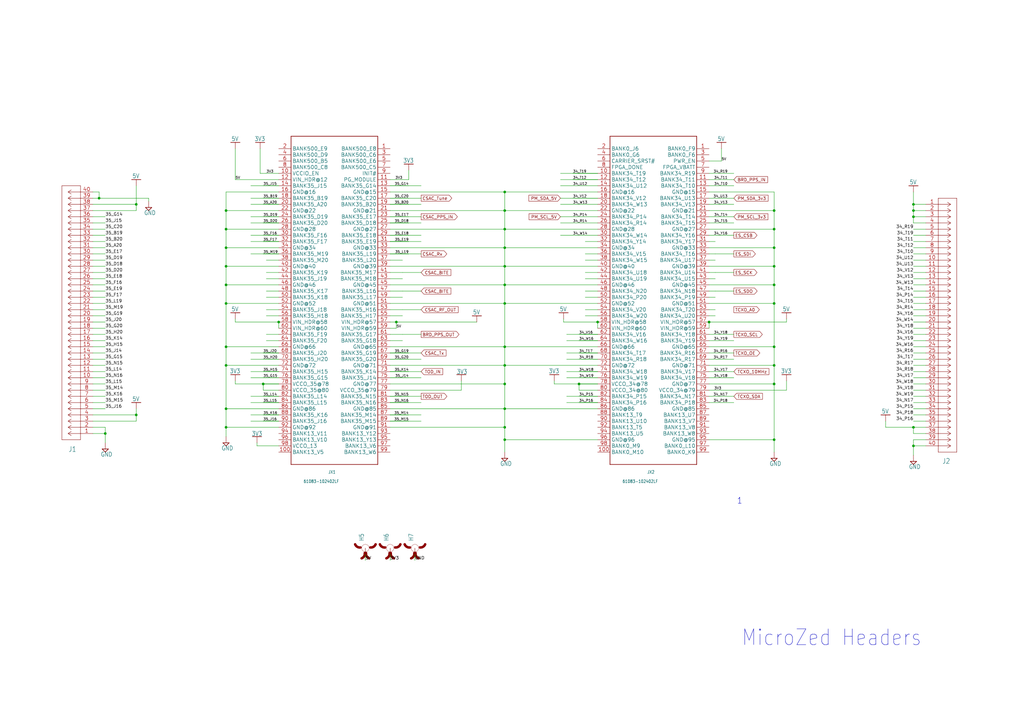
<source format=kicad_sch>
(kicad_sch (version 20250114) (generator "eeschema") (generator_version "9.0")
  (paper "A3")
  (text "MicroZed Headers" (at 304.038 265.43 0) (effects (font (size 6.4516 5.4838)) (justify left bottom)))
  (text "1" (at 302.26 207.01 0) (effects (font (size 2.54 2.159)) (justify left bottom)))
  (junction (at 92.71 86.36))
  (junction (at 207.01 101.6))
  (junction (at 374.65 182.88))
  (junction (at 207.01 149.86))
  (junction (at 92.71 175.26))
  (junction (at 55.88 83.82))
  (junction (at 207.01 93.98))
  (junction (at 207.01 78.74))
  (junction (at 317.5 142.24))
  (junction (at 374.65 175.26))
  (junction (at 92.71 149.86))
  (junction (at 317.5 149.86))
  (junction (at 207.01 116.84))
  (junction (at 107.95 157.48))
  (junction (at 162.56 132.08))
  (junction (at 374.65 86.36))
  (junction (at 207.01 86.36))
  (junction (at 317.5 109.22))
  (junction (at 317.5 124.46))
  (junction (at 92.71 109.22))
  (junction (at 207.01 124.46))
  (junction (at 43.18 177.8))
  (junction (at 207.01 109.22))
  (junction (at 92.71 124.46))
  (junction (at 114.3 132.08))
  (junction (at 92.71 142.24))
  (junction (at 207.01 167.64))
  (junction (at 55.88 170.18))
  (junction (at 317.5 180.34))
  (junction (at 237.49 157.48))
  (junction (at 92.71 93.98))
  (junction (at 40.64 81.28))
  (junction (at 207.01 142.24))
  (junction (at 374.65 83.82))
  (junction (at 207.01 157.48))
  (junction (at 317.5 101.6))
  (junction (at 317.5 157.48))
  (junction (at 92.71 116.84))
  (junction (at 245.11 132.08))
  (junction (at 92.71 167.64))
  (junction (at 92.71 101.6))
  (junction (at 374.65 88.9))
  (junction (at 317.5 86.36))
  (junction (at 317.5 93.98))
  (junction (at 317.5 116.84))
  (junction (at 207.01 175.26))
  (junction (at 207.01 180.34))
  (junction (at 290.83 132.08))
  (wire (pts (xy 293.37 111.76) (xy 300.99 111.76)))
  (wire (pts (xy 102.87 96.52) (xy 114.3 96.52)) (stroke (width 0.1524)))
  (wire (pts (xy 92.71 149.86) (xy 92.71 167.64)) (stroke (width 0.1524)))
  (wire (pts (xy 379.73 162.56) (xy 374.65 162.56)) (stroke (width 0.1524)))
  (wire (pts (xy 237.49 139.7) (xy 245.11 139.7)))
  (wire (pts (xy 379.73 104.14) (xy 374.65 104.14)) (stroke (width 0.1524)))
  (wire (pts (xy 167.64 76.2) (xy 160.02 76.2)))
  (wire (pts (xy 107.95 91.44) (xy 114.3 91.44)))
  (wire (pts (xy 38.1 137.16) (xy 43.18 137.16)) (stroke (width 0.1524)))
  (wire (pts (xy 379.73 127) (xy 374.65 127)) (stroke (width 0.1524)))
  (wire (pts (xy 290.83 119.38) (xy 293.37 119.38)) (stroke (width 0.1524)))
  (wire (pts (xy 92.71 142.24) (xy 114.3 142.24)) (stroke (width 0.1524)))
  (wire (pts (xy 160.02 152.4) (xy 172.72 152.4)) (stroke (width 0.1524)))
  (wire (pts (xy 92.71 86.36) (xy 114.3 86.36)) (stroke (width 0.1524)))
  (wire (pts (xy 92.71 149.86) (xy 114.3 149.86)) (stroke (width 0.1524)))
  (wire (pts (xy 207.01 124.46) (xy 207.01 142.24)) (stroke (width 0.1524)))
  (wire (pts (xy 317.5 149.86) (xy 317.5 157.48)) (stroke (width 0.1524)))
  (wire (pts (xy 165.1 73.66) (xy 160.02 73.66)))
  (wire (pts (xy 160.02 78.74) (xy 207.01 78.74)) (stroke (width 0.1524)))
  (wire (pts (xy 92.71 86.36) (xy 92.71 93.98)) (stroke (width 0.1524)))
  (wire (pts (xy 290.83 91.44) (xy 300.99 91.44)) (stroke (width 0.1524)))
  (wire (pts (xy 237.49 154.94) (xy 245.11 154.94)))
  (wire (pts (xy 207.01 149.86) (xy 207.01 157.48)) (stroke (width 0.1524)))
  (wire (pts (xy 114.3 111.76) (xy 109.22 111.76)) (stroke (width 0.1524)))
  (wire (pts (xy 167.64 69.85) (xy 167.64 73.66)))
  (wire (pts (xy 363.22 175.26) (xy 363.22 172.72)) (stroke (width 0.1524)))
  (wire (pts (xy 38.1 172.72) (xy 55.88 172.72)) (stroke (width 0.1524)))
  (wire (pts (xy 167.64 165.1) (xy 160.02 165.1)))
  (wire (pts (xy 379.73 119.38) (xy 374.65 119.38)) (stroke (width 0.1524)))
  (wire (pts (xy 92.71 175.26) (xy 92.71 179.07)) (stroke (width 0.1524)))
  (wire (pts (xy 160.02 162.56) (xy 172.72 162.56)) (stroke (width 0.1524)))
  (wire (pts (xy 102.87 81.28) (xy 114.3 81.28)) (stroke (width 0.1524)))
  (wire (pts (xy 38.1 144.78) (xy 43.18 144.78)) (stroke (width 0.1524)))
  (wire (pts (xy 295.91 160.02) (xy 290.83 160.02)))
  (wire (pts (xy 160.02 124.46) (xy 207.01 124.46)) (stroke (width 0.1524)))
  (wire (pts (xy 114.3 106.68) (xy 109.22 106.68)) (stroke (width 0.1524)))
  (wire (pts (xy 290.83 78.74) (xy 317.5 78.74)) (stroke (width 0.1524)))
  (wire (pts (xy 379.73 106.68) (xy 374.65 106.68)) (stroke (width 0.1524)))
  (wire (pts (xy 290.83 114.3) (xy 293.37 114.3)) (stroke (width 0.1524)))
  (wire (pts (xy 107.95 162.56) (xy 114.3 162.56)))
  (wire (pts (xy 234.95 73.66) (xy 245.11 73.66)))
  (wire (pts (xy 38.1 149.86) (xy 43.18 149.86)) (stroke (width 0.1524)))
  (wire (pts (xy 55.88 86.36) (xy 55.88 83.82)) (stroke (width 0.1524)))
  (wire (pts (xy 207.01 157.48) (xy 207.01 167.64)) (stroke (width 0.1524)))
  (wire (pts (xy 38.1 139.7) (xy 43.18 139.7)) (stroke (width 0.1524)))
  (wire (pts (xy 245.11 119.38) (xy 240.03 119.38)) (stroke (width 0.1524)))
  (wire (pts (xy 245.11 124.46) (xy 207.01 124.46)) (stroke (width 0.1524)))
  (wire (pts (xy 167.64 104.14) (xy 160.02 104.14)))
  (wire (pts (xy 379.73 83.82) (xy 374.65 83.82)) (stroke (width 0.1524)))
  (wire (pts (xy 167.64 154.94) (xy 160.02 154.94)))
  (wire (pts (xy 207.01 142.24) (xy 207.01 149.86)) (stroke (width 0.1524)))
  (wire (pts (xy 38.1 81.28) (xy 40.64 81.28)) (stroke (width 0.1524)))
  (wire (pts (xy 96.52 157.48) (xy 107.95 157.48)))
  (wire (pts (xy 379.73 124.46) (xy 374.65 124.46)) (stroke (width 0.1524)))
  (wire (pts (xy 38.1 91.44) (xy 43.18 91.44)) (stroke (width 0.1524)))
  (wire (pts (xy 290.83 124.46) (xy 317.5 124.46)) (stroke (width 0.1524)))
  (wire (pts (xy 107.95 76.2) (xy 114.3 76.2)))
  (wire (pts (xy 38.1 165.1) (xy 43.18 165.1)) (stroke (width 0.1524)))
  (wire (pts (xy 160.02 83.82) (xy 172.72 83.82)) (stroke (width 0.1524)))
  (wire (pts (xy 379.73 167.64) (xy 374.65 167.64)) (stroke (width 0.1524)))
  (wire (pts (xy 290.83 104.14) (xy 293.37 104.14)) (stroke (width 0.1524)))
  (wire (pts (xy 245.11 93.98) (xy 207.01 93.98)) (stroke (width 0.1524)))
  (wire (pts (xy 107.95 83.82) (xy 114.3 83.82)))
  (wire (pts (xy 160.02 81.28) (xy 172.72 81.28)) (stroke (width 0.1524)))
  (wire (pts (xy 245.11 111.76) (xy 240.03 111.76)) (stroke (width 0.1524)))
  (wire (pts (xy 167.64 96.52) (xy 160.02 96.52)))
  (wire (pts (xy 43.18 177.8) (xy 38.1 177.8)))
  (wire (pts (xy 167.64 162.56) (xy 160.02 162.56)))
  (wire (pts (xy 167.64 99.06) (xy 160.02 99.06)))
  (wire (pts (xy 38.1 86.36) (xy 55.88 86.36)) (stroke (width 0.1524)))
  (wire (pts (xy 38.1 111.76) (xy 43.18 111.76)) (stroke (width 0.1524)))
  (wire (pts (xy 114.3 139.7) (xy 109.22 139.7)) (stroke (width 0.1524)))
  (wire (pts (xy 245.11 167.64) (xy 207.01 167.64)) (stroke (width 0.1524)))
  (wire (pts (xy 38.1 124.46) (xy 43.18 124.46)) (stroke (width 0.1524)))
  (wire (pts (xy 160.02 147.32) (xy 172.72 147.32)) (stroke (width 0.1524)))
  (wire (pts (xy 379.73 139.7) (xy 374.65 139.7)) (stroke (width 0.1524)))
  (wire (pts (xy 245.11 86.36) (xy 207.01 86.36)) (stroke (width 0.1524)))
  (wire (pts (xy 237.49 160.02) (xy 245.11 160.02)) (stroke (width 0.1524)))
  (wire (pts (xy 290.83 157.48) (xy 317.5 157.48)) (stroke (width 0.1524)))
  (wire (pts (xy 245.11 149.86) (xy 207.01 149.86)) (stroke (width 0.1524)))
  (wire (pts (xy 232.41 147.32) (xy 245.11 147.32)) (stroke (width 0.1524)))
  (wire (pts (xy 160.02 139.7) (xy 165.1 139.7)) (stroke (width 0.1524)))
  (wire (pts (xy 167.64 152.4) (xy 160.02 152.4)))
  (wire (pts (xy 165.1 137.16) (xy 172.72 137.16)))
  (wire (pts (xy 290.83 81.28) (xy 300.99 81.28)) (stroke (width 0.1524)))
  (wire (pts (xy 102.87 104.14) (xy 114.3 104.14)) (stroke (width 0.1524)))
  (wire (pts (xy 114.3 134.62) (xy 114.3 132.08)) (stroke (width 0.1524)))
  (wire (pts (xy 38.1 157.48) (xy 43.18 157.48)) (stroke (width 0.1524)))
  (wire (pts (xy 160.02 114.3) (xy 165.1 114.3)) (stroke (width 0.1524)))
  (wire (pts (xy 374.65 182.88) (xy 374.65 186.69)))
  (wire (pts (xy 379.73 142.24) (xy 374.65 142.24)) (stroke (width 0.1524)))
  (wire (pts (xy 38.1 93.98) (xy 43.18 93.98)) (stroke (width 0.1524)))
  (wire (pts (xy 290.83 180.34) (xy 317.5 180.34)) (stroke (width 0.1524)))
  (wire (pts (xy 160.02 172.72) (xy 172.72 172.72)) (stroke (width 0.1524)))
  (wire (pts (xy 160.02 93.98) (xy 207.01 93.98)) (stroke (width 0.1524)))
  (wire (pts (xy 92.71 167.64) (xy 92.71 175.26)) (stroke (width 0.1524)))
  (wire (pts (xy 290.83 109.22) (xy 317.5 109.22)) (stroke (width 0.1524)))
  (wire (pts (xy 38.1 83.82) (xy 55.88 83.82)) (stroke (width 0.1524)))
  (wire (pts (xy 160.02 101.6) (xy 207.01 101.6)) (stroke (width 0.1524)))
  (wire (pts (xy 167.64 172.72) (xy 160.02 172.72)))
  (wire (pts (xy 379.73 172.72) (xy 374.65 172.72)) (stroke (width 0.1524)))
  (wire (pts (xy 55.88 172.72) (xy 55.88 170.18)) (stroke (width 0.1524)))
  (wire (pts (xy 290.83 101.6) (xy 317.5 101.6)) (stroke (width 0.1524)))
  (wire (pts (xy 162.56 134.62) (xy 160.02 134.62)))
  (wire (pts (xy 43.18 177.8) (xy 43.18 181.61)))
  (wire (pts (xy 160.02 104.14) (xy 172.72 104.14)) (stroke (width 0.1524)))
  (wire (pts (xy 379.73 180.34) (xy 374.65 180.34)))
  (wire (pts (xy 102.87 144.78) (xy 114.3 144.78)) (stroke (width 0.1524)))
  (wire (pts (xy 379.73 86.36) (xy 374.65 86.36)))
  (wire (pts (xy 374.65 177.8) (xy 379.73 177.8)) (stroke (width 0.1524)))
  (wire (pts (xy 149.86 227.33) (xy 149.86 229.87)) (stroke (width 0.1524)))
  (wire (pts (xy 237.49 157.48) (xy 245.11 157.48)))
  (wire (pts (xy 207.01 180.34) (xy 207.01 185.42)) (stroke (width 0.1524)))
  (wire (pts (xy 165.1 127) (xy 172.72 127)))
  (wire (pts (xy 114.3 121.92) (xy 109.22 121.92)) (stroke (width 0.1524)))
  (wire (pts (xy 245.11 142.24) (xy 207.01 142.24)) (stroke (width 0.1524)))
  (wire (pts (xy 38.1 121.92) (xy 43.18 121.92)) (stroke (width 0.1524)))
  (wire (pts (xy 107.95 88.9) (xy 114.3 88.9)))
  (wire (pts (xy 160.02 154.94) (xy 172.72 154.94)) (stroke (width 0.1524)))
  (wire (pts (xy 160.02 88.9) (xy 172.72 88.9)) (stroke (width 0.1524)))
  (wire (pts (xy 245.11 129.54) (xy 240.03 129.54)) (stroke (width 0.1524)))
  (wire (pts (xy 167.64 88.9) (xy 160.02 88.9)))
  (wire (pts (xy 374.65 86.36) (xy 374.65 83.82)))
  (wire (pts (xy 290.83 132.08) (xy 322.58 132.08)) (stroke (width 0.1524)))
  (wire (pts (xy 237.49 160.02) (xy 237.49 157.48)) (stroke (width 0.1524)))
  (wire (pts (xy 245.11 127) (xy 240.03 127)) (stroke (width 0.1524)))
  (wire (pts (xy 107.95 160.02) (xy 114.3 160.02)) (stroke (width 0.1524)))
  (wire (pts (xy 107.95 152.4) (xy 114.3 152.4)))
  (wire (pts (xy 55.88 76.2) (xy 55.88 83.82)) (stroke (width 0.1524)))
  (wire (pts (xy 207.01 116.84) (xy 207.01 124.46)) (stroke (width 0.1524)))
  (wire (pts (xy 290.83 71.12) (xy 300.99 71.12)) (stroke (width 0.1524)))
  (wire (pts (xy 229.87 96.52) (xy 245.11 96.52)) (stroke (width 0.1524)))
  (wire (pts (xy 102.87 99.06) (xy 114.3 99.06)) (stroke (width 0.1524)))
  (wire (pts (xy 114.3 137.16) (xy 109.22 137.16)) (stroke (width 0.1524)))
  (wire (pts (xy 102.87 172.72) (xy 114.3 172.72)) (stroke (width 0.1524)))
  (wire (pts (xy 167.64 91.44) (xy 160.02 91.44)))
  (wire (pts (xy 374.65 91.44) (xy 379.73 91.44)))
  (wire (pts (xy 379.73 154.94) (xy 374.65 154.94)) (stroke (width 0.1524)))
  (wire (pts (xy 207.01 86.36) (xy 207.01 93.98)) (stroke (width 0.1524)))
  (wire (pts (xy 189.23 156.21) (xy 189.23 160.02)))
  (wire (pts (xy 290.83 147.32) (xy 300.99 147.32)) (stroke (width 0.1524)))
  (wire (pts (xy 229.87 88.9) (xy 245.11 88.9)) (stroke (width 0.1524)))
  (wire (pts (xy 245.11 106.68) (xy 240.03 106.68)) (stroke (width 0.1524)))
  (wire (pts (xy 38.1 78.74) (xy 40.64 78.74)) (stroke (width 0.1524)))
  (wire (pts (xy 290.83 66.04) (xy 295.91 66.04)) (stroke (width 0.1524)))
  (wire (pts (xy 232.41 152.4) (xy 245.11 152.4)) (stroke (width 0.1524)))
  (wire (pts (xy 162.56 132.08) (xy 162.56 134.62)) (stroke (width 0.1524)))
  (wire (pts (xy 317.5 86.36) (xy 317.5 93.98)) (stroke (width 0.1524)))
  (wire (pts (xy 374.65 86.36) (xy 374.65 88.9)))
  (wire (pts (xy 237.49 162.56) (xy 245.11 162.56)))
  (wire (pts (xy 379.73 129.54) (xy 374.65 129.54)) (stroke (width 0.1524)))
  (wire (pts (xy 290.83 83.82) (xy 300.99 83.82)) (stroke (width 0.1524)))
  (wire (pts (xy 290.83 139.7) (xy 300.99 139.7)) (stroke (width 0.1524)))
  (wire (pts (xy 317.5 116.84) (xy 317.5 124.46)) (stroke (width 0.1524)))
  (wire (pts (xy 102.87 170.18) (xy 114.3 170.18)) (stroke (width 0.1524)))
  (wire (pts (xy 92.71 101.6) (xy 114.3 101.6)) (stroke (width 0.1524)))
  (wire (pts (xy 379.73 96.52) (xy 374.65 96.52)) (stroke (width 0.1524)))
  (wire (pts (xy 290.83 111.76) (xy 293.37 111.76)) (stroke (width 0.1524)))
  (wire (pts (xy 109.22 71.12) (xy 106.68 71.12)) (stroke (width 0.1524)))
  (wire (pts (xy 160.02 175.26) (xy 207.01 175.26)) (stroke (width 0.1524)))
  (wire (pts (xy 160.02 129.54) (xy 165.1 129.54)) (stroke (width 0.1524)))
  (wire (pts (xy 379.73 170.18) (xy 374.65 170.18)) (stroke (width 0.1524)))
  (wire (pts (xy 379.73 111.76) (xy 374.65 111.76)) (stroke (width 0.1524)))
  (wire (pts (xy 290.83 142.24) (xy 317.5 142.24)) (stroke (width 0.1524)))
  (wire (pts (xy 245.11 134.62) (xy 245.11 132.08)) (stroke (width 0.1524)))
  (wire (pts (xy 374.65 180.34) (xy 374.65 182.88)))
  (wire (pts (xy 290.83 76.2) (xy 300.99 76.2)) (stroke (width 0.1524)))
  (wire (pts (xy 92.71 142.24) (xy 92.71 149.86)) (stroke (width 0.1524)))
  (wire (pts (xy 317.5 124.46) (xy 317.5 142.24)) (stroke (width 0.1524)))
  (wire (pts (xy 207.01 78.74) (xy 207.01 86.36)) (stroke (width 0.1524)))
  (wire (pts (xy 317.5 109.22) (xy 317.5 116.84)) (stroke (width 0.1524)))
  (wire (pts (xy 92.71 101.6) (xy 92.71 109.22)) (stroke (width 0.1524)))
  (wire (pts (xy 379.73 175.26) (xy 374.65 175.26)) (stroke (width 0.1524)))
  (wire (pts (xy 107.95 160.02) (xy 107.95 157.48)) (stroke (width 0.1524)))
  (wire (pts (xy 92.71 124.46) (xy 92.71 142.24)) (stroke (width 0.1524)))
  (wire (pts (xy 165.1 73.66) (xy 167.64 73.66)) (stroke (width 0.1524)))
  (wire (pts (xy 92.71 93.98) (xy 114.3 93.98)) (stroke (width 0.1524)))
  (wire (pts (xy 160.02 121.92) (xy 165.1 121.92)) (stroke (width 0.1524)))
  (wire (pts (xy 317.5 142.24) (xy 317.5 149.86)) (stroke (width 0.1524)))
  (wire (pts (xy 38.1 127) (xy 43.18 127)) (stroke (width 0.1524)))
  (wire (pts (xy 160.02 160.02) (xy 189.23 160.02)) (stroke (width 0.1524)))
  (wire (pts (xy 290.83 86.36) (xy 317.5 86.36)) (stroke (width 0.1524)))
  (wire (pts (xy 107.95 96.52) (xy 114.3 96.52)))
  (wire (pts (xy 92.71 116.84) (xy 92.71 124.46)) (stroke (width 0.1524)))
  (wire (pts (xy 43.18 175.26) (xy 43.18 177.8)))
  (wire (pts (xy 290.83 88.9) (xy 300.99 88.9)) (stroke (width 0.1524)))
  (wire (pts (xy 102.87 165.1) (xy 114.3 165.1)) (stroke (width 0.1524)))
  (wire (pts (xy 237.49 157.48) (xy 245.11 157.48)) (stroke (width 0.1524)))
  (wire (pts (xy 232.41 165.1) (xy 245.11 165.1)) (stroke (width 0.1524)))
  (wire (pts (xy 245.11 121.92) (xy 240.03 121.92)) (stroke (width 0.1524)))
  (wire (pts (xy 290.83 73.66) (xy 300.99 73.66)) (stroke (width 0.1524)))
  (wire (pts (xy 160.02 165.1) (xy 172.72 165.1)) (stroke (width 0.1524)))
  (wire (pts (xy 38.1 152.4) (xy 43.18 152.4)) (stroke (width 0.1524)))
  (wire (pts (xy 38.1 116.84) (xy 43.18 116.84)) (stroke (width 0.1524)))
  (wire (pts (xy 102.87 154.94) (xy 114.3 154.94)) (stroke (width 0.1524)))
  (wire (pts (xy 379.73 147.32) (xy 374.65 147.32)) (stroke (width 0.1524)))
  (wire (pts (xy 245.11 116.84) (xy 207.01 116.84)) (stroke (width 0.1524)))
  (wire (pts (xy 379.73 152.4) (xy 374.65 152.4)) (stroke (width 0.1524)))
  (wire (pts (xy 232.41 139.7) (xy 245.11 139.7)) (stroke (width 0.1524)))
  (wire (pts (xy 207.01 93.98) (xy 207.01 101.6)) (stroke (width 0.1524)))
  (wire (pts (xy 290.83 152.4) (xy 300.99 152.4)) (stroke (width 0.1524)))
  (wire (pts (xy 38.1 109.22) (xy 43.18 109.22)) (stroke (width 0.1524)))
  (wire (pts (xy 167.64 147.32) (xy 160.02 147.32)))
  (wire (pts (xy 229.87 91.44) (xy 245.11 91.44)) (stroke (width 0.1524)))
  (wire (pts (xy 379.73 121.92) (xy 374.65 121.92)) (stroke (width 0.1524)))
  (wire (pts (xy 160.02 111.76) (xy 165.1 111.76)) (stroke (width 0.1524)))
  (wire (pts (xy 379.73 144.78) (xy 374.65 144.78)) (stroke (width 0.1524)))
  (wire (pts (xy 379.73 109.22) (xy 374.65 109.22)) (stroke (width 0.1524)))
  (wire (pts (xy 237.49 152.4) (xy 245.11 152.4)))
  (wire (pts (xy 379.73 114.3) (xy 374.65 114.3)) (stroke (width 0.1524)))
  (wire (pts (xy 245.11 101.6) (xy 207.01 101.6)) (stroke (width 0.1524)))
  (wire (pts (xy 38.1 147.32) (xy 43.18 147.32)) (stroke (width 0.1524)))
  (wire (pts (xy 379.73 132.08) (xy 374.65 132.08)) (stroke (width 0.1524)))
  (wire (pts (xy 229.87 83.82) (xy 245.11 83.82)) (stroke (width 0.1524)))
  (wire (pts (xy 317.5 93.98) (xy 317.5 101.6)) (stroke (width 0.1524)))
  (wire (pts (xy 379.73 165.1) (xy 374.65 165.1)) (stroke (width 0.1524)))
  (wire (pts (xy 167.64 83.82) (xy 160.02 83.82)))
  (wire (pts (xy 374.65 88.9) (xy 379.73 88.9)))
  (wire (pts (xy 38.1 160.02) (xy 43.18 160.02)) (stroke (width 0.1524)))
  (wire (pts (xy 105.41 181.61) (xy 105.41 182.88)))
  (wire (pts (xy 374.65 182.88) (xy 379.73 182.88)))
  (wire (pts (xy 227.33 157.48) (xy 237.49 157.48)) (stroke (width 0.1524)))
  (wire (pts (xy 107.95 157.48) (xy 114.3 157.48)))
  (wire (pts (xy 102.87 88.9) (xy 114.3 88.9)) (stroke (width 0.1524)))
  (wire (pts (xy 38.1 175.26) (xy 43.18 175.26)))
  (wire (pts (xy 160.02 144.78) (xy 172.72 144.78)) (stroke (width 0.1524)))
  (wire (pts (xy 374.65 78.74) (xy 374.65 83.82)))
  (wire (pts (xy 290.83 99.06) (xy 293.37 99.06)) (stroke (width 0.1524)))
  (wire (pts (xy 38.1 88.9) (xy 43.18 88.9)) (stroke (width 0.1524)))
  (wire (pts (xy 237.49 147.32) (xy 245.11 147.32)))
  (wire (pts (xy 245.11 104.14) (xy 240.03 104.14)) (stroke (width 0.1524)))
  (wire (pts (xy 290.83 127) (xy 293.37 127)) (stroke (width 0.1524)))
  (wire (pts (xy 207.01 109.22) (xy 207.01 116.84)) (stroke (width 0.1524)))
  (wire (pts (xy 160.02 116.84) (xy 207.01 116.84)) (stroke (width 0.1524)))
  (wire (pts (xy 107.95 165.1) (xy 114.3 165.1)))
  (wire (pts (xy 237.49 165.1) (xy 245.11 165.1)))
  (wire (pts (xy 102.87 91.44) (xy 114.3 91.44)) (stroke (width 0.1524)))
  (wire (pts (xy 160.02 227.33) (xy 160.02 229.87)) (stroke (width 0.1524)))
  (wire (pts (xy 290.83 137.16) (xy 300.99 137.16)) (stroke (width 0.1524)))
  (wire (pts (xy 114.3 114.3) (xy 109.22 114.3)) (stroke (width 0.1524)))
  (wire (pts (xy 232.41 162.56) (xy 245.11 162.56)) (stroke (width 0.1524)))
  (wire (pts (xy 160.02 119.38) (xy 165.1 119.38)) (stroke (width 0.1524)))
  (wire (pts (xy 102.87 147.32) (xy 114.3 147.32)) (stroke (width 0.1524)))
  (wire (pts (xy 38.1 167.64) (xy 43.18 167.64)) (stroke (width 0.1524)))
  (wire (pts (xy 237.49 144.78) (xy 245.11 144.78)))
  (wire (pts (xy 102.87 76.2) (xy 114.3 76.2)) (stroke (width 0.1524)))
  (wire (pts (xy 106.68 71.12) (xy 106.68 60.96)) (stroke (width 0.1524)))
  (wire (pts (xy 114.3 127) (xy 109.22 127)) (stroke (width 0.1524)))
  (wire (pts (xy 105.41 182.88) (xy 114.3 182.88)) (stroke (width 0.1524)))
  (wire (pts (xy 92.71 175.26) (xy 114.3 175.26)) (stroke (width 0.1524)))
  (wire (pts (xy 160.02 96.52) (xy 172.72 96.52)) (stroke (width 0.1524)))
  (wire (pts (xy 290.83 165.1) (xy 300.99 165.1)) (stroke (width 0.1524)))
  (wire (pts (xy 107.95 99.06) (xy 114.3 99.06)))
  (wire (pts (xy 92.71 109.22) (xy 114.3 109.22)) (stroke (width 0.1524)))
  (wire (pts (xy 167.64 144.78) (xy 160.02 144.78)))
  (wire (pts (xy 379.73 99.06) (xy 374.65 99.06)) (stroke (width 0.1524)))
  (wire (pts (xy 234.95 71.12) (xy 245.11 71.12)))
  (wire (pts (xy 170.18 227.33) (xy 170.18 229.87)) (stroke (width 0.1524)))
  (wire (pts (xy 374.65 175.26) (xy 374.65 177.8)) (stroke (width 0.1524)))
  (wire (pts (xy 379.73 149.86) (xy 374.65 149.86)) (stroke (width 0.1524)))
  (wire (pts (xy 237.49 137.16) (xy 245.11 137.16)))
  (wire (pts (xy 290.83 96.52) (xy 300.99 96.52)) (stroke (width 0.1524)))
  (wire (pts (xy 160.02 170.18) (xy 172.72 170.18)) (stroke (width 0.1524)))
  (wire (pts (xy 107.95 104.14) (xy 114.3 104.14)))
  (wire (pts (xy 107.95 157.48) (xy 114.3 157.48)) (stroke (width 0.1524)))
  (wire (pts (xy 55.88 167.64) (xy 55.88 170.18)) (stroke (width 0.1524)))
  (wire (pts (xy 107.95 147.32) (xy 114.3 147.32)))
  (wire (pts (xy 92.71 116.84) (xy 114.3 116.84)) (stroke (width 0.1524)))
  (wire (pts (xy 290.83 93.98) (xy 317.5 93.98)) (stroke (width 0.1524)))
  (wire (pts (xy 107.95 81.28) (xy 114.3 81.28)))
  (wire (pts (xy 207.01 175.26) (xy 207.01 180.34)) (stroke (width 0.1524)))
  (wire (pts (xy 290.83 129.54) (xy 293.37 129.54)) (stroke (width 0.1524)))
  (wire (pts (xy 290.83 149.86) (xy 317.5 149.86)) (stroke (width 0.1524)))
  (wire (pts (xy 160.02 142.24) (xy 207.01 142.24)) (stroke (width 0.1524)))
  (wire (pts (xy 379.73 160.02) (xy 374.65 160.02)) (stroke (width 0.1524)))
  (wire (pts (xy 38.1 142.24) (xy 43.18 142.24)) (stroke (width 0.1524)))
  (wire (pts (xy 317.5 101.6) (xy 317.5 109.22)) (stroke (width 0.1524)))
  (wire (pts (xy 379.73 93.98) (xy 374.65 93.98)) (stroke (width 0.1524)))
  (wire (pts (xy 162.56 132.08) (xy 195.58 132.08)) (stroke (width 0.1524)))
  (wire (pts (xy 162.56 132.08) (xy 160.02 132.08)))
  (wire (pts (xy 245.11 132.08) (xy 231.14 132.08)) (stroke (width 0.1524)))
  (wire (pts (xy 231.14 130.81) (xy 231.14 132.08)))
  (wire (pts (xy 38.1 114.3) (xy 43.18 114.3)) (stroke (width 0.1524)))
  (wire (pts (xy 374.65 88.9) (xy 374.65 91.44)))
  (wire (pts (xy 38.1 119.38) (xy 43.18 119.38)) (stroke (width 0.1524)))
  (wire (pts (xy 38.1 104.14) (xy 43.18 104.14)) (stroke (width 0.1524)))
  (wire (pts (xy 167.64 170.18) (xy 160.02 170.18)))
  (wire (pts (xy 38.1 132.08) (xy 43.18 132.08)) (stroke (width 0.1524)))
  (wire (pts (xy 379.73 116.84) (xy 374.65 116.84)) (stroke (width 0.1524)))
  (wire (pts (xy 293.37 104.14) (xy 300.99 104.14)))
  (wire (pts (xy 165.1 111.76) (xy 172.72 111.76)))
  (wire (pts (xy 38.1 99.06) (xy 43.18 99.06)) (stroke (width 0.1524)))
  (wire (pts (xy 363.22 175.26) (xy 374.65 175.26)) (stroke (width 0.1524)))
  (wire (pts (xy 102.87 83.82) (xy 114.3 83.82)) (stroke (width 0.1524)))
  (wire (pts (xy 160.02 109.22) (xy 207.01 109.22)) (stroke (width 0.1524)))
  (wire (pts (xy 109.22 71.12) (xy 114.3 71.12)))
  (wire (pts (xy 92.71 109.22) (xy 92.71 116.84)) (stroke (width 0.1524)))
  (wire (pts (xy 38.1 129.54) (xy 43.18 129.54)) (stroke (width 0.1524)))
  (wire (pts (xy 160.02 149.86) (xy 207.01 149.86)) (stroke (width 0.1524)))
  (wire (pts (xy 290.83 121.92) (xy 293.37 121.92)) (stroke (width 0.1524)))
  (wire (pts (xy 322.58 130.81) (xy 322.58 132.08)))
  (wire (pts (xy 160.02 157.48) (xy 207.01 157.48)) (stroke (width 0.1524)))
  (wire (pts (xy 317.5 157.48) (xy 317.5 180.34)) (stroke (width 0.1524)))
  (wire (pts (xy 167.64 81.28) (xy 160.02 81.28)))
  (wire (pts (xy 229.87 71.12) (xy 245.11 71.12)) (stroke (width 0.1524)))
  (wire (pts (xy 92.71 93.98) (xy 92.71 101.6)) (stroke (width 0.1524)))
  (wire (pts (xy 92.71 124.46) (xy 114.3 124.46)) (stroke (width 0.1524)))
  (wire (pts (xy 234.95 81.28) (xy 245.11 81.28)))
  (wire (pts (xy 96.52 157.48) (xy 96.52 156.21)))
  (wire (pts (xy 114.3 129.54) (xy 109.22 129.54)) (stroke (width 0.1524)))
  (wire (pts (xy 160.02 99.06) (xy 172.72 99.06)) (stroke (width 0.1524)))
  (wire (pts (xy 38.1 101.6) (xy 43.18 101.6)) (stroke (width 0.1524)))
  (wire (pts (xy 107.95 172.72) (xy 114.3 172.72)))
  (wire (pts (xy 232.41 144.78) (xy 245.11 144.78)) (stroke (width 0.1524)))
  (wire (pts (xy 107.95 170.18) (xy 114.3 170.18)))
  (wire (pts (xy 232.41 137.16) (xy 245.11 137.16)) (stroke (width 0.1524)))
  (wire (pts (xy 160.02 91.44) (xy 172.72 91.44)) (stroke (width 0.1524)))
  (wire (pts (xy 290.83 106.68) (xy 293.37 106.68)) (stroke (width 0.1524)))
  (wire (pts (xy 290.83 134.62) (xy 290.83 132.08)) (stroke (width 0.1524)))
  (wire (pts (xy 107.95 154.94) (xy 114.3 154.94)))
  (wire (pts (xy 160.02 137.16) (xy 165.1 137.16)) (stroke (width 0.1524)))
  (wire (pts (xy 290.83 154.94) (xy 300.99 154.94)) (stroke (width 0.1524)))
  (wire (pts (xy 38.1 170.18) (xy 55.88 170.18)) (stroke (width 0.1524)))
  (wire (pts (xy 295.91 160.02) (xy 322.58 160.02)) (stroke (width 0.1524)))
  (wire (pts (xy 40.64 81.28) (xy 40.64 78.74)) (stroke (width 0.1524)))
  (wire (pts (xy 160.02 167.64) (xy 207.01 167.64)) (stroke (width 0.1524)))
  (wire (pts (xy 290.83 116.84) (xy 317.5 116.84)) (stroke (width 0.1524)))
  (wire (pts (xy 114.3 132.08) (xy 96.52 132.08)) (stroke (width 0.1524)))
  (wire (pts (xy 245.11 99.06) (xy 240.03 99.06)) (stroke (width 0.1524)))
  (wire (pts (xy 160.02 76.2) (xy 172.72 76.2)) (stroke (width 0.1524)))
  (wire (pts (xy 322.58 156.21) (xy 322.58 160.02)))
  (wire (pts (xy 290.83 144.78) (xy 300.99 144.78)) (stroke (width 0.1524)))
  (wire (pts (xy 245.11 114.3) (xy 240.03 114.3)) (stroke (width 0.1524)))
  (wire (pts (xy 160.02 127) (xy 165.1 127)) (stroke (width 0.1524)))
  (wire (pts (xy 102.87 152.4) (xy 114.3 152.4)) (stroke (width 0.1524)))
  (wire (pts (xy 38.1 154.94) (xy 43.18 154.94)) (stroke (width 0.1524)))
  (wire (pts (xy 38.1 106.68) (xy 43.18 106.68)) (stroke (width 0.1524)))
  (wire (pts (xy 102.87 162.56) (xy 114.3 162.56)) (stroke (width 0.1524)))
  (wire (pts (xy 38.1 96.52) (xy 43.18 96.52)) (stroke (width 0.1524)))
  (wire (pts (xy 92.71 78.74) (xy 92.71 86.36)) (stroke (width 0.1524)))
  (wire (pts (xy 290.83 162.56) (xy 300.99 162.56)) (stroke (width 0.1524)))
  (wire (pts (xy 38.1 162.56) (xy 43.18 162.56)) (stroke (width 0.1524)))
  (wire (pts (xy 92.71 78.74) (xy 114.3 78.74)) (stroke (width 0.1524)))
  (wire (pts (xy 114.3 119.38) (xy 109.22 119.38)) (stroke (width 0.1524)))
  (wire (pts (xy 96.52 73.66) (xy 114.3 73.66)) (stroke (width 0.1524)))
  (wire (pts (xy 245.11 78.74) (xy 207.01 78.74)) (stroke (width 0.1524)))
  (wire (pts (xy 379.73 101.6) (xy 374.65 101.6)) (stroke (width 0.1524)))
  (wire (pts (xy 317.5 78.74) (xy 317.5 86.36)) (stroke (width 0.1524)))
  (wire (pts (xy 96.52 130.81) (xy 96.52 132.08)))
  (wire (pts (xy 227.33 157.48) (xy 227.33 156.21)) (stroke (width 0.1524)))
  (wire (pts (xy 160.02 106.68) (xy 165.1 106.68)) (stroke (width 0.1524)))
  (wire (pts (xy 40.64 81.28) (xy 60.96 81.28)) (stroke (width 0.1524)))
  (wire (pts (xy 96.52 73.66) (xy 96.52 60.96)))
  (wire (pts (xy 379.73 137.16) (xy 374.65 137.16)) (stroke (width 0.1524)))
  (wire (pts (xy 293.37 119.38) (xy 300.99 119.38)))
  (wire (pts (xy 379.73 134.62) (xy 374.65 134.62)) (stroke (width 0.1524)))
  (wire (pts (xy 229.87 76.2) (xy 245.11 76.2)) (stroke (width 0.1524)))
  (wire (pts (xy 207.01 101.6) (xy 207.01 109.22)) (stroke (width 0.1524)))
  (wire (pts (xy 229.87 73.66) (xy 245.11 73.66)) (stroke (width 0.1524)))
  (wire (pts (xy 38.1 134.62) (xy 43.18 134.62)) (stroke (width 0.1524)))
  (wire (pts (xy 207.01 167.64) (xy 207.01 175.26)) (stroke (width 0.1524)))
  (wire (pts (xy 107.95 144.78) (xy 114.3 144.78)))
  (wire (pts (xy 245.11 109.22) (xy 207.01 109.22)) (stroke (width 0.1524)))
  (wire (pts (xy 165.1 119.38) (xy 172.72 119.38)))
  (wire (pts (xy 160.02 86.36) (xy 207.01 86.36)) (stroke (width 0.1524)))
  (wire (pts (xy 245.11 180.34) (xy 207.01 180.34)) (stroke (width 0.1524)))
  (wire (pts (xy 60.96 81.28) (xy 60.96 82.55)) (stroke (width 0.1524)))
  (wire (pts (xy 229.87 81.28) (xy 245.11 81.28)) (stroke (width 0.1524)))
  (wire (pts (xy 317.5 180.34) (xy 317.5 185.42)) (stroke (width 0.1524)))
  (wire (pts (xy 92.71 167.64) (xy 114.3 167.64)) (stroke (width 0.1524)))
  (wire (pts (xy 232.41 154.94) (xy 245.11 154.94)) (stroke (width 0.1524)))
  (wire (pts (xy 295.91 66.04) (xy 295.91 60.96)) (stroke (width 0.1524)))
  (wire (pts (xy 379.73 157.48) (xy 374.65 157.48)) (stroke (width 0.1524)))
  (label "34_P18" (at 298.45 165.1 180) (effects (font (size 1.016 1.016))))
  (label "34_R16" (at 374.65 144.78 180) (effects (font (size 1.2446 1.2446))))
  (label "35_B19" (at 107.95 81.28 0) (effects (font (size 1.016 1.016))))
  (label "34_P16" (at 374.65 172.72 180) (effects (font (size 1.2446 1.2446))))
  (label "34_W16" (at 374.65 142.24 180) (effects (font (size 1.2446 1.2446))))
  (label "35_N15" (at 167.64 162.56 180) (effects (font (size 1.016 1.016))))
  (label "35_B20" (at 43.18 99.06 0) (effects (font (size 1.2446 1.2446))))
  (label "34_P14" (at 234.95 88.9 0) (effects (font (size 1.016 1.016))))
  (label "34_Y19" (at 298.45 139.7 180) (effects (font (size 1.016 1.016))))
  (label "34_Y18" (at 374.65 134.62 180) (effects (font (size 1.2446 1.2446))))
  (label "34_P15" (at 374.65 167.64 180) (effects (font (size 1.2446 1.2446))))
  (label "34_W18" (at 237.49 152.4 0) (effects (font (size 1.016 1.016))))
  (label "34_T14" (at 298.45 88.9 180) (effects (font (size 1.016 1.016))))
  (label "34_P14" (at 374.65 121.92 180) (effects (font (size 1.2446 1.2446))))
  (label "35_G20" (at 167.64 147.32 180) (effects (font (size 1.016 1.016))))
  (label "35_G19" (at 43.18 129.54 0) (effects (font (size 1.2446 1.2446))))
  (label "35_H15" (at 107.95 152.4 0) (effects (font (size 1.016 1.016))))
  (label "35_J14" (at 43.18 144.78 0) (effects (font (size 1.2446 1.2446))))
  (label "5V" (at 96.52 73.66 0) (effects (font (size 1.016 1.016))))
  (label "34_T12" (at 374.65 101.6 180) (effects (font (size 1.2446 1.2446))))
  (label "35_B20" (at 167.64 83.82 180) (effects (font (size 1.016 1.016))))
  (label "35_F17" (at 107.95 99.06 0) (effects (font (size 1.016 1.016))))
  (label "34_U12" (at 234.95 76.2 0) (effects (font (size 1.016 1.016))))
  (label "35_D18" (at 167.64 91.44 180) (effects (font (size 1.016 1.016))))
  (label "35_H20" (at 107.95 147.32 0) (effects (font (size 1.016 1.016))))
  (label "3V3" (at 165.1 73.66 180) (effects (font (size 1.016 1.016))))
  (label "35_G19" (at 167.64 144.78 180) (effects (font (size 1.016 1.016))))
  (label "35_C20" (at 43.18 93.98 0) (effects (font (size 1.2446 1.2446))))
  (label "34_V12" (at 234.95 81.28 0) (effects (font (size 1.016 1.016))))
  (label "34_T10" (at 374.65 104.14 180) (effects (font (size 1.2446 1.2446))))
  (label "35_L14" (at 107.95 162.56 0) (effects (font (size 1.016 1.016))))
  (label "35_K16" (at 43.18 162.56 0) (effects (font (size 1.2446 1.2446))))
  (label "35_L14" (at 43.18 152.4 0) (effects (font (size 1.2446 1.2446))))
  (label "34_V18" (at 374.65 160.02 180) (effects (font (size 1.2446 1.2446))))
  (label "34_R14" (at 374.65 127 180) (effects (font (size 1.2446 1.2446))))
  (label "34_R16" (at 298.45 144.78 180) (effects (font (size 1.016 1.016))))
  (label "35_K14" (at 167.64 152.4 180) (effects (font (size 1.016 1.016))))
  (label "34_R18" (at 237.49 147.32 0) (effects (font (size 1.016 1.016))))
  (label "35_D20" (at 107.95 91.44 0) (effects (font (size 1.016 1.016))))
  (label "35_E17" (at 167.64 88.9 180) (effects (font (size 1.016 1.016))))
  (label "34_T15" (at 374.65 124.46 180) (effects (font (size 1.2446 1.2446))))
  (label "34_V16" (at 237.49 137.16 0) (effects (font (size 1.016 1.016))))
  (label "34_V17" (at 374.65 154.94 180) (effects (font (size 1.2446 1.2446))))
  (label "34_W19" (at 374.65 162.56 180) (effects (font (size 1.2446 1.2446))))
  (label "34_T10" (at 298.45 76.2 180) (effects (font (size 1.016 1.016))))
  (label "35_H20" (at 43.18 137.16 0) (effects (font (size 1.2446 1.2446))))
  (label "34_T15" (at 298.45 91.44 180) (effects (font (size 1.016 1.016))))
  (label "35_M15" (at 167.64 172.72 180) (effects (font (size 1.016 1.016))))
  (label "35_G15" (at 43.18 147.32 0) (effects (font (size 1.2446 1.2446))))
  (label "35_D19" (at 43.18 106.68 0) (effects (font (size 1.2446 1.2446))))
  (label "34_P16" (at 237.49 165.1 0) (effects (font (size 1.016 1.016))))
  (label "34_R14" (at 234.95 91.44 0) (effects (font (size 1.016 1.016))))
  (label "34_N17" (at 374.65 165.1 180) (effects (font (size 1.2446 1.2446))))
  (label "34_R17" (at 298.45 147.32 180) (effects (font (size 1.016 1.016))))
  (label "35_N16" (at 167.64 165.1 180) (effects (font (size 1.016 1.016))))
  (label "35_E18" (at 43.18 114.3 0) (effects (font (size 1.2446 1.2446))))
  (label "34_T17" (at 237.49 144.78 0) (effects (font (size 1.016 1.016))))
  (label "35_L15" (at 107.95 165.1 0) (effects (font (size 1.016 1.016))))
  (label "35_L19" (at 43.18 124.46 0) (effects (font (size 1.2446 1.2446))))
  (label "35_J15" (at 107.95 76.2 0) (effects (font (size 1.016 1.016))))
  (label "34_T11" (at 374.65 99.06 180) (effects (font (size 1.2446 1.2446))))
  (label "35_L15" (at 43.18 157.48 0) (effects (font (size 1.2446 1.2446))))
  (label "35_J16" (at 107.95 172.72 0) (effects (font (size 1.016 1.016))))
  (label "34_W18" (at 374.65 157.48 180) (effects (font (size 1.2446 1.2446))))
  (label "34_Y19" (at 374.65 139.7 180) (effects (font (size 1.2446 1.2446))))
  (label "35_G20" (at 43.18 134.62 0) (effects (font (size 1.2446 1.2446))))
  (label "34_Y18" (at 298.45 137.16 180) (effects (font (size 1.016 1.016))))
  (label "34_R19" (at 298.45 71.12 180) (effects (font (size 1.016 1.016))))
  (label "34_V18" (at 298.45 154.94 180) (effects (font (size 1.016 1.016))))
  (label "35_H15" (at 43.18 142.24 0) (effects (font (size 1.2446 1.2446))))
  (label "35_G15" (at 107.95 154.94 0) (effects (font (size 1.016 1.016))))
  (label "34_T19" (at 374.65 96.52 180) (effects (font (size 1.2446 1.2446))))
  (label "35_G14" (at 167.64 76.2 180) (effects (font (size 1.016 1.016))))
  (label "34_R17" (at 374.65 149.86 180) (effects (font (size 1.2446 1.2446))))
  (label "35_D19" (at 107.95 88.9 0) (effects (font (size 1.016 1.016))))
  (label "5V" (at 295.91 66.04 0) (effects (font (size 1.016 1.016))))
  (label "35_B19" (at 43.18 96.52 0) (effects (font (size 1.2446 1.2446))))
  (label "34_W16" (at 237.49 139.7 0) (effects (font (size 1.016 1.016))))
  (label "3V3" (at 295.91 160.02 180) (effects (font (size 1.016 1.016))))
  (label "34_T14" (at 374.65 119.38 180) (effects (font (size 1.2446 1.2446))))
  (label "34_T12" (at 234.95 73.66 0) (effects (font (size 1.016 1.016))))
  (label "35_J20" (at 107.95 144.78 0) (effects (font (size 1.016 1.016))))
  (label "34_W14" (at 234.95 96.52 0) (effects (font (size 1.016 1.016))))
  (label "35_E17" (at 43.18 104.14 0) (effects (font (size 1.2446 1.2446))))
  (label "35_M15" (at 43.18 165.1 0) (effects (font (size 1.2446 1.2446))))
  (label "34_V17" (at 298.45 152.4 180) (effects (font (size 1.016 1.016))))
  (label "34_R19" (at 374.65 93.98 180) (effects (font (size 1.2446 1.2446))))
  (label "34_W13" (at 374.65 116.84 180) (effects (font (size 1.2446 1.2446))))
  (label "34_R18" (at 374.65 152.4 180) (effects (font (size 1.2446 1.2446))))
  (label "34_T11" (at 298.45 73.66 180) (effects (font (size 1.016 1.016))))
  (label "34_P18" (at 374.65 170.18 180) (effects (font (size 1.2446 1.2446))))
  (label "35_J14" (at 167.64 154.94 180) (effects (font (size 1.016 1.016))))
  (label "35_J20" (at 43.18 132.08 0) (effects (font (size 1.2446 1.2446))))
  (label "35_F16" (at 43.18 116.84 0) (effects (font (size 1.2446 1.2446))))
  (label "GND" (at 170.18 229.87 0) (effects (font (size 1.2446 1.2446))))
  (label "35_E19" (at 43.18 119.38 0) (effects (font (size 1.2446 1.2446))))
  (label "35_J15" (at 43.18 91.44 0) (effects (font (size 1.2446 1.2446))))
  (label "35_A20" (at 43.18 101.6 0) (effects (font (size 1.2446 1.2446))))
  (label "3V3" (at 160.02 229.87 0) (effects (font (size 1.2446 1.2446))))
  (label "35_D20" (at 43.18 111.76 0) (effects (font (size 1.2446 1.2446))))
  (label "34_W14" (at 374.65 132.08 180) (effects (font (size 1.2446 1.2446))))
  (label "34_W19" (at 237.49 154.94 0) (effects (font (size 1.016 1.016))))
  (label "5V" (at 162.56 134.62 0) (effects (font (size 1.016 1.016))))
  (label "35_E18" (at 167.64 96.52 180) (effects (font (size 1.016 1.016))))
  (label "5V" (at 149.86 229.87 0) (effects (font (size 1.2446 1.2446))))
  (label "34_T19" (at 234.95 71.12 0) (effects (font (size 1.016 1.016))))
  (label "34_V13" (at 298.45 83.82 180) (effects (font (size 1.016 1.016))))
  (label "35_N16" (at 43.18 154.94 0) (effects (font (size 1.2446 1.2446))))
  (label "35_E19" (at 167.64 99.06 180) (effects (font (size 1.016 1.016))))
  (label "35_M19" (at 107.95 104.14 0) (effects (font (size 1.016 1.016))))
  (label "34_U13" (at 298.45 81.28 180) (effects (font (size 1.016 1.016))))
  (label "35_F17" (at 43.18 121.92 0) (effects (font (size 1.2446 1.2446))))
  (label "34_N17" (at 298.45 162.56 180) (effects (font (size 1.016 1.016))))
  (label "34_V16" (at 374.65 137.16 180) (effects (font (size 1.2446 1.2446))))
  (label "35_K16" (at 107.95 170.18 0) (effects (font (size 1.016 1.016))))
  (label "34_Y16" (at 374.65 129.54 180) (effects (font (size 1.2446 1.2446))))
  (label "35_N15" (at 43.18 149.86 0) (effects (font (size 1.2446 1.2446))))
  (label "35_J16" (at 43.18 167.64 0) (effects (font (size 1.2446 1.2446))))
  (label "35_M14" (at 43.18 160.02 0) (effects (font (size 1.2446 1.2446))))
  (label "35_L19" (at 167.64 104.14 180) (effects (font (size 1.016 1.016))))
  (label "35_M19" (at 43.18 127 0) (effects (font (size 1.2446 1.2446))))
  (label "35_K14" (at 43.18 139.7 0) (effects (font (size 1.2446 1.2446))))
  (label "34_P15" (at 237.49 162.56 0) (effects (font (size 1.016 1.016))))
  (label "34_Y16" (at 298.45 96.52 180) (effects (font (size 1.016 1.016))))
  (label "35_F16" (at 107.95 96.52 0) (effects (font (size 1.016 1.016))))
  (label "35_C20" (at 167.64 81.28 180) (effects (font (size 1.016 1.016))))
  (label "35_A20" (at 107.95 83.82 0) (effects (font (size 1.016 1.016))))
  (label "34_U12" (at 374.65 106.68 180) (effects (font (size 1.2446 1.2446))))
  (label "35_M14" (at 167.64 170.18 180) (effects (font (size 1.016 1.016))))
  (label "35_G14" (at 43.18 88.9 0) (effects (font (size 1.2446 1.2446))))
  (label "34_V12" (at 374.65 111.76 180) (effects (font (size 1.2446 1.2446))))
  (label "35_D18" (at 43.18 109.22 0) (effects (font (size 1.2446 1.2446))))
  (label "34_U13" (at 374.65 109.22 180) (effects (font (size 1.2446 1.2446))))
  (label "34_V13" (at 374.65 114.3 180) (effects (font (size 1.2446 1.2446))))
  (label "34_W13" (at 234.95 83.82 0) (effects (font (size 1.016 1.016))))
  (label "34_T17" (at 374.65 147.32 180) (effects (font (size 1.2446 1.2446))))
  (label "3V3" (at 109.22 71.12 0) (effects (font (size 1.016 1.016))))
  (global_label "BRD_PPS_IN" (shape input) (at 300.99 73.66 0) (property "Intersheetrefs" "${INTERSHEET_REFS}" (effects (hide yes))))
  (global_label "TCXO_10MHz" (shape input) (at 300.99 152.4 0) (property "Intersheetrefs" "${INTERSHEET_REFS}" (effects (hide yes))))
  (global_label "TCXO_SDA" (shape input) (at 300.99 162.56 0) (property "Intersheetrefs" "${INTERSHEET_REFS}" (effects (hide yes))))
  (global_label "ES_CSB" (shape output) (at 300.99 96.52 0) (property "Intersheetrefs" "${INTERSHEET_REFS}" (effects (hide yes))))
  (global_label "PM_SDA_5V" (shape input) (at 229.87 81.28 180) (property "Intersheetrefs" "${INTERSHEET_REFS}" (effects (hide yes))))
  (global_label "ES_SDI" (shape output) (at 300.99 104.14 0) (property "Intersheetrefs" "${INTERSHEET_REFS}" (effects (hide yes))))
  (global_label "BRD_PPS_OUT" (shape output) (at 172.72 137.16 0) (property "Intersheetrefs" "${INTERSHEET_REFS}" (effects (hide yes))))
  (global_label "CSAC_BITE" (shape input) (at 172.72 111.76 0) (property "Intersheetrefs" "${INTERSHEET_REFS}" (effects (hide yes))))
  (global_label "TOD_IN" (shape input) (at 172.72 152.4 0) (property "Intersheetrefs" "${INTERSHEET_REFS}" (effects (hide yes))))
  (global_label "CSAC_Rx" (shape output) (at 172.72 104.14 0) (property "Intersheetrefs" "${INTERSHEET_REFS}" (effects (hide yes))))
  (global_label "TCXO_OE" (shape output) (at 300.99 144.78 0) (property "Intersheetrefs" "${INTERSHEET_REFS}" (effects (hide yes))))
  (global_label "ES_SDO" (shape output) (at 300.99 119.38 0) (property "Intersheetrefs" "${INTERSHEET_REFS}" (effects (hide yes))))
  (global_label "TCXO_A0" (shape output) (at 300.99 127 0) (property "Intersheetrefs" "${INTERSHEET_REFS}" (effects (hide yes))))
  (global_label "PM_SDA_3v3" (shape input) (at 300.99 81.28 0) (property "Intersheetrefs" "${INTERSHEET_REFS}" (effects (hide yes))))
  (global_label "CSAC_PPS_IN" (shape output) (at 172.72 88.9 0) (property "Intersheetrefs" "${INTERSHEET_REFS}" (effects (hide yes))))
  (global_label "PM_SCL_5V" (shape input) (at 229.87 88.9 180) (property "Intersheetrefs" "${INTERSHEET_REFS}" (effects (hide yes))))
  (global_label "ES_SCK" (shape output) (at 300.99 111.76 0) (property "Intersheetrefs" "${INTERSHEET_REFS}" (effects (hide yes))))
  (global_label "PM_SCL_3v3" (shape input) (at 300.99 88.9 0) (property "Intersheetrefs" "${INTERSHEET_REFS}" (effects (hide yes))))
  (global_label "CSAC_Tx" (shape input) (at 172.72 144.78 0) (property "Intersheetrefs" "${INTERSHEET_REFS}" (effects (hide yes))))
  (global_label "TCXO_SCL" (shape output) (at 300.99 137.16 0) (property "Intersheetrefs" "${INTERSHEET_REFS}" (effects (hide yes))))
  (global_label "TOD_OUT" (shape output) (at 172.72 162.56 0) (property "Intersheetrefs" "${INTERSHEET_REFS}" (effects (hide yes))))
  (global_label "CSAC_Tune" (shape output) (at 172.72 81.28 0) (property "Intersheetrefs" "${INTERSHEET_REFS}" (effects (hide yes))))
  (global_label "CSAC_RF_OUT" (shape input) (at 172.72 127 0) (property "Intersheetrefs" "${INTERSHEET_REFS}" (effects (hide yes))))
  (global_label "CSAC_BITE" (shape input) (at 172.72 119.38 0) (property "Intersheetrefs" "${INTERSHEET_REFS}" (effects (hide yes))))
  (symbol (lib_id "ZED_BREAKOUT_v22-eagle-import:GND") (at 374.65 189.23 0) (unit 1)
    (property "Reference" "#SUPPLY020" (effects (hide yes)))
    (property "Value" "GND" (at 372.745 192.405 0) (effects (font (size 1.778 1.5113)) (justify left bottom)))
  )
  (symbol (lib_id "ZED_BREAKOUT_v22-eagle-import:GND") (at 317.5 187.96 0) (unit 1)
    (property "Reference" "#SUPPLY?" (effects (hide yes)))
    (property "Value" "GND" (at 315.595 191.135 0) (effects (font (size 1.778 1.5113)) (justify left bottom)))
    (instances (project "22257_DevBoard" (path "" (reference "#SUPPLY?") (unit 1))) (project "ZED_BREAKOUT_v22" (path "" (reference "#SUPPLY020") (unit 1))))
  )
  (symbol (lib_id "ZED_BREAKOUT_v22-eagle-import:MOUNT-PAD-ROUND5.0") (at 149.86 224.79 90) (unit 1)
    (property "Reference" "H5" (at 149.2758 221.996 0) (effects (font (size 1.778 1.5113)) (justify left bottom)))
    (property "Value" "MOUNT-PAD-ROUND5.0" (effects (hide yes)))
    (property "Footprint" "ZED_BREAKOUT_v22:5,0-PAD" (effects (hide yes)))
    (instances (project "" (path "" (reference "H5") (unit 1))) (project "ZED_BREAKOUT_v22" (path "" (reference "H3") (unit 1))))
  )
  (symbol (lib_id "ZED_BREAKOUT_v22-eagle-import:+5V") (at 295.91 60.96 0) (unit 1)
    (property "Reference" "#SUPPLY?" (effects (hide yes)))
    (property "Value" "5V" (at 295.783 57.912 0) (effects (font (size 1.778 1.5113)) (justify bottom)))
    (instances (project "22257_DevBoard" (path "" (reference "#SUPPLY?") (unit 1))) (project "ZED_BREAKOUT_v22" (path "" (reference "#SUPPLY01") (unit 1))))
  )
  (symbol (lib_id "ZED_BREAKOUT_v22-eagle-import:+5V") (at 374.65 78.74 0) (unit 1)
    (property "Reference" "#SUPPLY01" (effects (hide yes)))
    (property "Value" "5V" (at 374.523 75.692 0) (effects (font (size 1.778 1.5113)) (justify bottom)))
  )
  (symbol (lib_id "ZED_BREAKOUT_v22-eagle-import:GND") (at 60.96 85.09 0) (unit 1)
    (property "Reference" "#SUPPLY04" (effects (hide yes)))
    (property "Value" "GND" (at 59.055 88.265 0) (effects (font (size 1.778 1.5113)) (justify left bottom)))
  )
  (symbol (lib_id "ZED_BREAKOUT_v22-eagle-import:GND") (at 92.71 181.61 0) (unit 1)
    (property "Reference" "#SUPPLY?" (effects (hide yes)))
    (property "Value" "GND" (at 90.805 184.785 0) (effects (font (size 1.778 1.5113)) (justify left bottom)))
    (instances (project "22257_DevBoard" (path "" (reference "#SUPPLY?") (unit 1))) (project "ZED_BREAKOUT_v22" (path "" (reference "#SUPPLY04") (unit 1))))
  )
  (symbol (lib_id "ZED_BREAKOUT_v22-eagle-import:+5V") (at 55.88 167.64 0) (unit 1)
    (property "Reference" "#SUPPLY013" (effects (hide yes)))
    (property "Value" "5V" (at 55.753 164.592 0) (effects (font (size 1.778 1.5113)) (justify bottom)))
  )
  (symbol (lib_id "ZED_BREAKOUT_v22-eagle-import:+5V") (at 231.14 130.81 0) (unit 1)
    (property "Reference" "#SUPPLY08" (effects (hide yes)))
    (property "Value" "5V" (at 231.013 127.762 0) (effects (font (size 1.778 1.5113)) (justify bottom)))
  )
  (symbol (lib_id "ZED_BREAKOUT_v22-eagle-import:+3.3V") (at 322.58 156.21 0) (unit 1)
    (property "Reference" "#SUPPLY?" (effects (hide yes)))
    (property "Value" "3V3" (at 322.453 153.162 0) (effects (font (size 1.778 1.5113)) (justify bottom)))
    (instances (project "22257_DevBoard" (path "" (reference "#SUPPLY?") (unit 1))) (project "ZED_BREAKOUT_v22" (path "" (reference "#SUPPLY07") (unit 1))))
  )
  (symbol (lib_id "ZED_BREAKOUT_v22-eagle-import:+3.3V") (at 96.52 156.21 0) (unit 1)
    (property "Reference" "#SUPPLY09" (effects (hide yes)))
    (property "Value" "3V3" (at 96.393 153.162 0) (effects (font (size 1.778 1.5113)) (justify bottom)))
  )
  (symbol (lib_id "ZED_BREAKOUT_v22-eagle-import:+3.3V") (at 106.68 60.96 0) (unit 1)
    (property "Reference" "#SUPPLY?" (effects (hide yes)))
    (property "Value" "3V3" (at 106.553 57.912 0) (effects (font (size 1.778 1.5113)) (justify bottom)))
    (instances (project "22257_DevBoard" (path "" (reference "#SUPPLY?") (unit 1))) (project "ZED_BREAKOUT_v22" (path "" (reference "#SUPPLY09") (unit 1))))
  )
  (symbol (lib_id "ZED_BREAKOUT_v22-eagle-import:MOUNT-PAD-ROUND5.0") (at 170.18 224.79 90) (unit 1)
    (property "Reference" "H7" (at 169.5958 221.996 0) (effects (font (size 1.778 1.5113)) (justify left bottom)))
    (property "Value" "MOUNT-PAD-ROUND5.0" (effects (hide yes)))
    (property "Footprint" "ZED_BREAKOUT_v22:5,0-PAD" (effects (hide yes)))
    (instances (project "" (path "" (reference "H7") (unit 1))) (project "ZED_BREAKOUT_v22" (path "" (reference "H1") (unit 1))))
  )
  (symbol (lib_id "ZED_BREAKOUT_v22-eagle-import:GND") (at 43.18 184.15 0) (unit 1)
    (property "Reference" "#SUPPLY05" (effects (hide yes)))
    (property "Value" "GND" (at 41.275 187.325 0) (effects (font (size 1.778 1.5113)) (justify left bottom)))
  )
  (symbol (lib_id "ZED_BREAKOUT_v22-eagle-import:61083-102402LF-JX1") (at 267.97 121.92 0) (mirror y) (unit 1)
    (property "Reference" "JX2" (at 265.43 194.31 0) (effects (font (size 1.27 1.0795)) (justify right bottom)))
    (property "Value" "61083-102402LF" (at 255.27 198.12 0) (effects (font (size 1.27 1.0795)) (justify right bottom)))
    (property "Footprint" "ZED_BREAKOUT_v22:61083-102402LF" (effects (hide yes)))
    (instances (project "" (path "" (reference "JX2") (unit 1))) (project "ZED_BREAKOUT_v22" (path "" (reference "JX1") (unit 1))))
  )
  (symbol (lib_id "ZED_BREAKOUT_v22-eagle-import:+3.3V") (at 189.23 156.21 0) (unit 1)
    (property "Reference" "#SUPPLY012" (effects (hide yes)))
    (property "Value" "3V3" (at 189.484 153.416 0) (effects (font (size 1.778 1.5113)) (justify bottom)))
  )
  (symbol (lib_id "ZED_BREAKOUT_v22-eagle-import:+3.3V") (at 227.33 156.21 0) (unit 1)
    (property "Reference" "#SUPPLY?" (effects (hide yes)))
    (property "Value" "3V3" (at 227.203 153.162 0) (effects (font (size 1.778 1.5113)) (justify bottom)))
    (instances (project "22257_DevBoard" (path "" (reference "#SUPPLY?") (unit 1))) (project "ZED_BREAKOUT_v22" (path "" (reference "#SUPPLY08") (unit 1))))
  )
  (symbol (lib_id "ZED_BREAKOUT_v22-eagle-import:MOUNT-PAD-ROUND5.0") (at 160.02 224.79 90) (unit 1)
    (property "Reference" "H6" (at 159.4358 221.996 0) (effects (font (size 1.778 1.5113)) (justify left bottom)))
    (property "Value" "MOUNT-PAD-ROUND5.0" (effects (hide yes)))
    (property "Footprint" "ZED_BREAKOUT_v22:5,0-PAD" (effects (hide yes)))
    (instances (project "" (path "" (reference "H6") (unit 1))) (project "ZED_BREAKOUT_v22" (path "" (reference "H2") (unit 1))))
  )
  (symbol (lib_id "ZED_BREAKOUT_v22-eagle-import:+5V") (at 363.22 172.72 0) (unit 1)
    (property "Reference" "#SUPPLY02" (effects (hide yes)))
    (property "Value" "5V" (at 363.093 169.672 0) (effects (font (size 1.778 1.5113)) (justify bottom)))
  )
  (symbol (lib_id "ZED_BREAKOUT_v22-eagle-import:61083-102402LF-JX2") (at 137.16 121.92 0) (mirror y) (unit 1)
    (property "Reference" "JX1" (at 134.62 194.31 0) (effects (font (size 1.27 1.0795)) (justify right bottom)))
    (property "Value" "61083-102402LF" (at 124.46 198.12 0) (effects (font (size 1.27 1.0795)) (justify right bottom)))
    (property "Footprint" "ZED_BREAKOUT_v22:61083-102402LF" (effects (hide yes)))
    (instances (project "" (path "" (reference "JX1") (unit 1))) (project "ZED_BREAKOUT_v22" (path "" (reference "JX2") (unit 1))))
  )
  (symbol (lib_id "ZED_BREAKOUT_v22-eagle-import:TD-120-G-AACON40_2X20_TU_HTS_SAI") (at 379.73 83.82 0) (unit 1)
    (property "Reference" "J2" (at 386.4346 190.2714 0) (effects (font (size 2.083 1.7705)) (justify left bottom)))
    (property "Value" "TD-120-G-AACON40_2X20_TU_HTS_SAI" (effects (hide yes)))
    (property "Footprint" "ZED_BREAKOUT_v22:CON40_2X20_TU_HTS_SAI" (effects (hide yes)))
    (instances (project "" (path "" (reference "J2") (unit 1))) (project "ZED_BREAKOUT_v22" (path "" (reference "J1") (unit 1))))
  )
  (symbol (lib_id "ZED_BREAKOUT_v22-eagle-import:+3.3V") (at 167.64 69.85 0) (unit 1)
    (property "Reference" "#SUPPLY011" (effects (hide yes)))
    (property "Value" "3V3" (at 167.513 66.802 0) (effects (font (size 1.778 1.5113)) (justify bottom)))
  )
  (symbol (lib_id "ZED_BREAKOUT_v22-eagle-import:+5V") (at 195.58 132.08 0) (unit 1)
    (property "Reference" "#SUPPLY?" (effects (hide yes)))
    (property "Value" "5V" (at 195.453 129.032 0) (effects (font (size 1.778 1.5113)) (justify bottom)))
    (instances (project "22257_DevBoard" (path "" (reference "#SUPPLY?") (unit 1))) (project "ZED_BREAKOUT_v22" (path "" (reference "#SUPPLY05") (unit 1))))
  )
  (symbol (lib_id "ZED_BREAKOUT_v22-eagle-import:+5V") (at 96.52 130.81 0) (unit 1)
    (property "Reference" "#SUPPLY07" (effects (hide yes)))
    (property "Value" "5V" (at 96.393 127.762 0) (effects (font (size 1.778 1.5113)) (justify bottom)))
  )
  (symbol (lib_id "ZED_BREAKOUT_v22-eagle-import:+5V") (at 322.58 130.81 0) (unit 1)
    (property "Reference" "#SUPPLY03" (effects (hide yes)))
    (property "Value" "5V" (at 322.453 127.762 0) (effects (font (size 1.778 1.5113)) (justify bottom)))
  )
  (symbol (lib_id "ZED_BREAKOUT_v22-eagle-import:TD-120-G-AACON40_2X20_TU_HTS_SAI") (at 38.1 177.8 180) (unit 1)
    (property "Reference" "J1" (at 31.3954 183.1086 0) (effects (font (size 2.083 1.7705)) (justify left bottom)))
    (property "Value" "TD-120-G-AACON40_2X20_TU_HTS_SAI" (effects (hide yes)))
    (property "Footprint" "ZED_BREAKOUT_v22:CON40_2X20_TU_HTS_SAI" (effects (hide yes)))
    (instances (project "" (path "" (reference "J1") (unit 1))) (project "ZED_BREAKOUT_v22" (path "" (reference "J2") (unit 1))))
  )
  (symbol (lib_id "ZED_BREAKOUT_v22-eagle-import:GND") (at 207.01 187.96 0) (unit 1)
    (property "Reference" "#SUPPLY?" (effects (hide yes)))
    (property "Value" "GND" (at 205.105 191.135 0) (effects (font (size 1.778 1.5113)) (justify left bottom)))
    (instances (project "22257_DevBoard" (path "" (reference "#SUPPLY?") (unit 1))) (project "ZED_BREAKOUT_v22" (path "" (reference "#SUPPLY03") (unit 1))))
  )
  (symbol (lib_id "ZED_BREAKOUT_v22-eagle-import:+5V") (at 55.88 76.2 0) (unit 1)
    (property "Reference" "#SUPPLY06" (effects (hide yes)))
    (property "Value" "5V" (at 55.753 73.152 0) (effects (font (size 1.778 1.5113)) (justify bottom)))
  )
  (symbol (lib_id "ZED_BREAKOUT_v22-eagle-import:+5V") (at 96.52 60.96 0) (unit 1)
    (property "Reference" "#SUPPLY?" (effects (hide yes)))
    (property "Value" "5V" (at 96.393 57.912 0) (effects (font (size 1.778 1.5113)) (justify bottom)))
    (instances (project "22257_DevBoard" (path "" (reference "#SUPPLY?") (unit 1))) (project "ZED_BREAKOUT_v22" (path "" (reference "#SUPPLY06") (unit 1))))
  )
  (symbol (lib_id "ZED_BREAKOUT_v22-eagle-import:+3.3V") (at 105.41 181.61 0) (unit 1)
    (property "Reference" "#SUPPLY010" (effects (hide yes)))
    (property "Value" "3V3" (at 105.41 178.816 0) (effects (font (size 1.778 1.5113)) (justify bottom)))
  )
)
</source>
